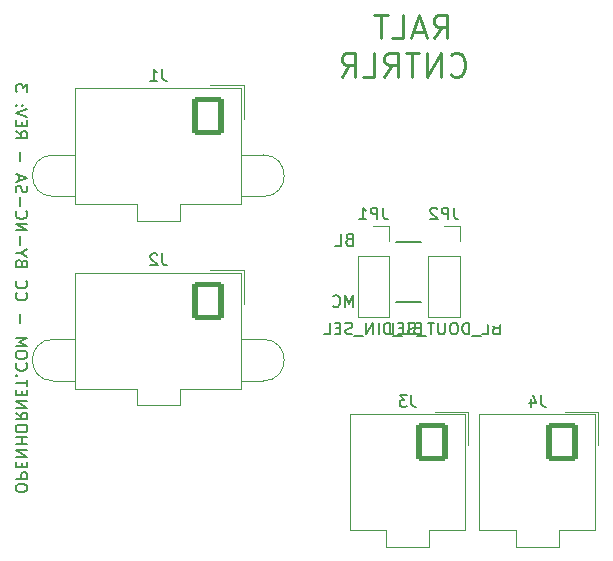
<source format=gbr>
%TF.GenerationSoftware,KiCad,Pcbnew,7.0.1*%
%TF.CreationDate,2024-03-09T18:34:01-07:00*%
%TF.ProjectId,CONTROLLER_Radar Altimeter,434f4e54-524f-44c4-9c45-525f52616461,3*%
%TF.SameCoordinates,Original*%
%TF.FileFunction,Legend,Bot*%
%TF.FilePolarity,Positive*%
%FSLAX46Y46*%
G04 Gerber Fmt 4.6, Leading zero omitted, Abs format (unit mm)*
G04 Created by KiCad (PCBNEW 7.0.1) date 2024-03-09 18:34:01*
%MOMM*%
%LPD*%
G01*
G04 APERTURE LIST*
G04 Aperture macros list*
%AMRoundRect*
0 Rectangle with rounded corners*
0 $1 Rounding radius*
0 $2 $3 $4 $5 $6 $7 $8 $9 X,Y pos of 4 corners*
0 Add a 4 corners polygon primitive as box body*
4,1,4,$2,$3,$4,$5,$6,$7,$8,$9,$2,$3,0*
0 Add four circle primitives for the rounded corners*
1,1,$1+$1,$2,$3*
1,1,$1+$1,$4,$5*
1,1,$1+$1,$6,$7*
1,1,$1+$1,$8,$9*
0 Add four rect primitives between the rounded corners*
20,1,$1+$1,$2,$3,$4,$5,0*
20,1,$1+$1,$4,$5,$6,$7,0*
20,1,$1+$1,$6,$7,$8,$9,0*
20,1,$1+$1,$8,$9,$2,$3,0*%
G04 Aperture macros list end*
%ADD10C,0.150000*%
%ADD11C,0.250000*%
%ADD12C,0.120000*%
%ADD13R,0.900000X0.900000*%
%ADD14O,0.900000X0.900000*%
%ADD15R,1.700000X1.700000*%
%ADD16O,1.700000X1.700000*%
%ADD17C,2.500000*%
%ADD18R,1.600000X1.600000*%
%ADD19O,1.600000X1.600000*%
%ADD20C,3.000000*%
%ADD21RoundRect,0.250001X1.099999X1.399999X-1.099999X1.399999X-1.099999X-1.399999X1.099999X-1.399999X0*%
%ADD22O,2.700000X3.300000*%
G04 APERTURE END LIST*
D10*
X-72465240Y61987000D02*
X-70306240Y61987000D01*
X-72465240Y56907000D02*
X-70306240Y56907000D01*
D11*
X-69258811Y79191762D02*
X-68592144Y80144143D01*
X-68115954Y79191762D02*
X-68115954Y81191762D01*
X-68115954Y81191762D02*
X-68877859Y81191762D01*
X-68877859Y81191762D02*
X-69068335Y81096524D01*
X-69068335Y81096524D02*
X-69163573Y81001286D01*
X-69163573Y81001286D02*
X-69258811Y80810810D01*
X-69258811Y80810810D02*
X-69258811Y80525096D01*
X-69258811Y80525096D02*
X-69163573Y80334620D01*
X-69163573Y80334620D02*
X-69068335Y80239381D01*
X-69068335Y80239381D02*
X-68877859Y80144143D01*
X-68877859Y80144143D02*
X-68115954Y80144143D01*
X-70020716Y79763191D02*
X-70973097Y79763191D01*
X-69830240Y79191762D02*
X-70496906Y81191762D01*
X-70496906Y81191762D02*
X-71163573Y79191762D01*
X-72782621Y79191762D02*
X-71830240Y79191762D01*
X-71830240Y79191762D02*
X-71830240Y81191762D01*
X-73163574Y81191762D02*
X-74306431Y81191762D01*
X-73735002Y79191762D02*
X-73735002Y81191762D01*
X-67830240Y76142239D02*
X-67735002Y76047000D01*
X-67735002Y76047000D02*
X-67449288Y75951762D01*
X-67449288Y75951762D02*
X-67258812Y75951762D01*
X-67258812Y75951762D02*
X-66973097Y76047000D01*
X-66973097Y76047000D02*
X-66782621Y76237477D01*
X-66782621Y76237477D02*
X-66687383Y76427953D01*
X-66687383Y76427953D02*
X-66592145Y76808905D01*
X-66592145Y76808905D02*
X-66592145Y77094620D01*
X-66592145Y77094620D02*
X-66687383Y77475572D01*
X-66687383Y77475572D02*
X-66782621Y77666048D01*
X-66782621Y77666048D02*
X-66973097Y77856524D01*
X-66973097Y77856524D02*
X-67258812Y77951762D01*
X-67258812Y77951762D02*
X-67449288Y77951762D01*
X-67449288Y77951762D02*
X-67735002Y77856524D01*
X-67735002Y77856524D02*
X-67830240Y77761286D01*
X-68687383Y75951762D02*
X-68687383Y77951762D01*
X-68687383Y77951762D02*
X-69830240Y75951762D01*
X-69830240Y75951762D02*
X-69830240Y77951762D01*
X-70496907Y77951762D02*
X-71639764Y77951762D01*
X-71068335Y75951762D02*
X-71068335Y77951762D01*
X-73449288Y75951762D02*
X-72782621Y76904143D01*
X-72306431Y75951762D02*
X-72306431Y77951762D01*
X-72306431Y77951762D02*
X-73068336Y77951762D01*
X-73068336Y77951762D02*
X-73258812Y77856524D01*
X-73258812Y77856524D02*
X-73354050Y77761286D01*
X-73354050Y77761286D02*
X-73449288Y77570810D01*
X-73449288Y77570810D02*
X-73449288Y77285096D01*
X-73449288Y77285096D02*
X-73354050Y77094620D01*
X-73354050Y77094620D02*
X-73258812Y76999381D01*
X-73258812Y76999381D02*
X-73068336Y76904143D01*
X-73068336Y76904143D02*
X-72306431Y76904143D01*
X-75258812Y75951762D02*
X-74306431Y75951762D01*
X-74306431Y75951762D02*
X-74306431Y77951762D01*
X-77068336Y75951762D02*
X-76401669Y76904143D01*
X-75925479Y75951762D02*
X-75925479Y77951762D01*
X-75925479Y77951762D02*
X-76687384Y77951762D01*
X-76687384Y77951762D02*
X-76877860Y77856524D01*
X-76877860Y77856524D02*
X-76973098Y77761286D01*
X-76973098Y77761286D02*
X-77068336Y77570810D01*
X-77068336Y77570810D02*
X-77068336Y77285096D01*
X-77068336Y77285096D02*
X-76973098Y77094620D01*
X-76973098Y77094620D02*
X-76877860Y76999381D01*
X-76877860Y76999381D02*
X-76687384Y76904143D01*
X-76687384Y76904143D02*
X-75925479Y76904143D01*
D10*
X-76449907Y62175191D02*
X-76592764Y62127572D01*
X-76592764Y62127572D02*
X-76640383Y62079953D01*
X-76640383Y62079953D02*
X-76688002Y61984715D01*
X-76688002Y61984715D02*
X-76688002Y61841858D01*
X-76688002Y61841858D02*
X-76640383Y61746620D01*
X-76640383Y61746620D02*
X-76592764Y61699000D01*
X-76592764Y61699000D02*
X-76497526Y61651381D01*
X-76497526Y61651381D02*
X-76116574Y61651381D01*
X-76116574Y61651381D02*
X-76116574Y62651381D01*
X-76116574Y62651381D02*
X-76449907Y62651381D01*
X-76449907Y62651381D02*
X-76545145Y62603762D01*
X-76545145Y62603762D02*
X-76592764Y62556143D01*
X-76592764Y62556143D02*
X-76640383Y62460905D01*
X-76640383Y62460905D02*
X-76640383Y62365667D01*
X-76640383Y62365667D02*
X-76592764Y62270429D01*
X-76592764Y62270429D02*
X-76545145Y62222810D01*
X-76545145Y62222810D02*
X-76449907Y62175191D01*
X-76449907Y62175191D02*
X-76116574Y62175191D01*
X-77592764Y61651381D02*
X-77116574Y61651381D01*
X-77116574Y61651381D02*
X-77116574Y62651381D01*
X-76076908Y56444381D02*
X-76076908Y57444381D01*
X-76076908Y57444381D02*
X-76410241Y56730096D01*
X-76410241Y56730096D02*
X-76743574Y57444381D01*
X-76743574Y57444381D02*
X-76743574Y56444381D01*
X-77791193Y56539620D02*
X-77743574Y56492000D01*
X-77743574Y56492000D02*
X-77600717Y56444381D01*
X-77600717Y56444381D02*
X-77505479Y56444381D01*
X-77505479Y56444381D02*
X-77362622Y56492000D01*
X-77362622Y56492000D02*
X-77267384Y56587239D01*
X-77267384Y56587239D02*
X-77219765Y56682477D01*
X-77219765Y56682477D02*
X-77172146Y56872953D01*
X-77172146Y56872953D02*
X-77172146Y57015810D01*
X-77172146Y57015810D02*
X-77219765Y57206286D01*
X-77219765Y57206286D02*
X-77267384Y57301524D01*
X-77267384Y57301524D02*
X-77362622Y57396762D01*
X-77362622Y57396762D02*
X-77505479Y57444381D01*
X-77505479Y57444381D02*
X-77600717Y57444381D01*
X-77600717Y57444381D02*
X-77743574Y57396762D01*
X-77743574Y57396762D02*
X-77791193Y57349143D01*
X-103677860Y41026191D02*
X-103677860Y41216667D01*
X-103677860Y41216667D02*
X-103725479Y41311905D01*
X-103725479Y41311905D02*
X-103820717Y41407143D01*
X-103820717Y41407143D02*
X-104011193Y41454762D01*
X-104011193Y41454762D02*
X-104344526Y41454762D01*
X-104344526Y41454762D02*
X-104535002Y41407143D01*
X-104535002Y41407143D02*
X-104630240Y41311905D01*
X-104630240Y41311905D02*
X-104677860Y41216667D01*
X-104677860Y41216667D02*
X-104677860Y41026191D01*
X-104677860Y41026191D02*
X-104630240Y40930953D01*
X-104630240Y40930953D02*
X-104535002Y40835715D01*
X-104535002Y40835715D02*
X-104344526Y40788096D01*
X-104344526Y40788096D02*
X-104011193Y40788096D01*
X-104011193Y40788096D02*
X-103820717Y40835715D01*
X-103820717Y40835715D02*
X-103725479Y40930953D01*
X-103725479Y40930953D02*
X-103677860Y41026191D01*
X-104677860Y41883334D02*
X-103677860Y41883334D01*
X-103677860Y41883334D02*
X-103677860Y42264286D01*
X-103677860Y42264286D02*
X-103725479Y42359524D01*
X-103725479Y42359524D02*
X-103773098Y42407143D01*
X-103773098Y42407143D02*
X-103868336Y42454762D01*
X-103868336Y42454762D02*
X-104011193Y42454762D01*
X-104011193Y42454762D02*
X-104106431Y42407143D01*
X-104106431Y42407143D02*
X-104154050Y42359524D01*
X-104154050Y42359524D02*
X-104201669Y42264286D01*
X-104201669Y42264286D02*
X-104201669Y41883334D01*
X-104154050Y42883334D02*
X-104154050Y43216667D01*
X-104677860Y43359524D02*
X-104677860Y42883334D01*
X-104677860Y42883334D02*
X-103677860Y42883334D01*
X-103677860Y42883334D02*
X-103677860Y43359524D01*
X-104677860Y43788096D02*
X-103677860Y43788096D01*
X-103677860Y43788096D02*
X-104677860Y44359524D01*
X-104677860Y44359524D02*
X-103677860Y44359524D01*
X-104677860Y44835715D02*
X-103677860Y44835715D01*
X-104154050Y44835715D02*
X-104154050Y45407143D01*
X-104677860Y45407143D02*
X-103677860Y45407143D01*
X-103677860Y46073810D02*
X-103677860Y46264286D01*
X-103677860Y46264286D02*
X-103725479Y46359524D01*
X-103725479Y46359524D02*
X-103820717Y46454762D01*
X-103820717Y46454762D02*
X-104011193Y46502381D01*
X-104011193Y46502381D02*
X-104344526Y46502381D01*
X-104344526Y46502381D02*
X-104535002Y46454762D01*
X-104535002Y46454762D02*
X-104630240Y46359524D01*
X-104630240Y46359524D02*
X-104677860Y46264286D01*
X-104677860Y46264286D02*
X-104677860Y46073810D01*
X-104677860Y46073810D02*
X-104630240Y45978572D01*
X-104630240Y45978572D02*
X-104535002Y45883334D01*
X-104535002Y45883334D02*
X-104344526Y45835715D01*
X-104344526Y45835715D02*
X-104011193Y45835715D01*
X-104011193Y45835715D02*
X-103820717Y45883334D01*
X-103820717Y45883334D02*
X-103725479Y45978572D01*
X-103725479Y45978572D02*
X-103677860Y46073810D01*
X-104677860Y47502381D02*
X-104201669Y47169048D01*
X-104677860Y46930953D02*
X-103677860Y46930953D01*
X-103677860Y46930953D02*
X-103677860Y47311905D01*
X-103677860Y47311905D02*
X-103725479Y47407143D01*
X-103725479Y47407143D02*
X-103773098Y47454762D01*
X-103773098Y47454762D02*
X-103868336Y47502381D01*
X-103868336Y47502381D02*
X-104011193Y47502381D01*
X-104011193Y47502381D02*
X-104106431Y47454762D01*
X-104106431Y47454762D02*
X-104154050Y47407143D01*
X-104154050Y47407143D02*
X-104201669Y47311905D01*
X-104201669Y47311905D02*
X-104201669Y46930953D01*
X-104677860Y47930953D02*
X-103677860Y47930953D01*
X-103677860Y47930953D02*
X-104677860Y48502381D01*
X-104677860Y48502381D02*
X-103677860Y48502381D01*
X-104154050Y48978572D02*
X-104154050Y49311905D01*
X-104677860Y49454762D02*
X-104677860Y48978572D01*
X-104677860Y48978572D02*
X-103677860Y48978572D01*
X-103677860Y48978572D02*
X-103677860Y49454762D01*
X-103677860Y49740477D02*
X-103677860Y50311905D01*
X-104677860Y50026191D02*
X-103677860Y50026191D01*
X-104582621Y50645239D02*
X-104630240Y50692858D01*
X-104630240Y50692858D02*
X-104677860Y50645239D01*
X-104677860Y50645239D02*
X-104630240Y50597620D01*
X-104630240Y50597620D02*
X-104582621Y50645239D01*
X-104582621Y50645239D02*
X-104677860Y50645239D01*
X-104582621Y51692857D02*
X-104630240Y51645238D01*
X-104630240Y51645238D02*
X-104677860Y51502381D01*
X-104677860Y51502381D02*
X-104677860Y51407143D01*
X-104677860Y51407143D02*
X-104630240Y51264286D01*
X-104630240Y51264286D02*
X-104535002Y51169048D01*
X-104535002Y51169048D02*
X-104439764Y51121429D01*
X-104439764Y51121429D02*
X-104249288Y51073810D01*
X-104249288Y51073810D02*
X-104106431Y51073810D01*
X-104106431Y51073810D02*
X-103915955Y51121429D01*
X-103915955Y51121429D02*
X-103820717Y51169048D01*
X-103820717Y51169048D02*
X-103725479Y51264286D01*
X-103725479Y51264286D02*
X-103677860Y51407143D01*
X-103677860Y51407143D02*
X-103677860Y51502381D01*
X-103677860Y51502381D02*
X-103725479Y51645238D01*
X-103725479Y51645238D02*
X-103773098Y51692857D01*
X-103677860Y52311905D02*
X-103677860Y52502381D01*
X-103677860Y52502381D02*
X-103725479Y52597619D01*
X-103725479Y52597619D02*
X-103820717Y52692857D01*
X-103820717Y52692857D02*
X-104011193Y52740476D01*
X-104011193Y52740476D02*
X-104344526Y52740476D01*
X-104344526Y52740476D02*
X-104535002Y52692857D01*
X-104535002Y52692857D02*
X-104630240Y52597619D01*
X-104630240Y52597619D02*
X-104677860Y52502381D01*
X-104677860Y52502381D02*
X-104677860Y52311905D01*
X-104677860Y52311905D02*
X-104630240Y52216667D01*
X-104630240Y52216667D02*
X-104535002Y52121429D01*
X-104535002Y52121429D02*
X-104344526Y52073810D01*
X-104344526Y52073810D02*
X-104011193Y52073810D01*
X-104011193Y52073810D02*
X-103820717Y52121429D01*
X-103820717Y52121429D02*
X-103725479Y52216667D01*
X-103725479Y52216667D02*
X-103677860Y52311905D01*
X-104677860Y53169048D02*
X-103677860Y53169048D01*
X-103677860Y53169048D02*
X-104392145Y53502381D01*
X-104392145Y53502381D02*
X-103677860Y53835714D01*
X-103677860Y53835714D02*
X-104677860Y53835714D01*
X-104296907Y55073810D02*
X-104296907Y55835714D01*
X-104582621Y57645238D02*
X-104630240Y57597619D01*
X-104630240Y57597619D02*
X-104677860Y57454762D01*
X-104677860Y57454762D02*
X-104677860Y57359524D01*
X-104677860Y57359524D02*
X-104630240Y57216667D01*
X-104630240Y57216667D02*
X-104535002Y57121429D01*
X-104535002Y57121429D02*
X-104439764Y57073810D01*
X-104439764Y57073810D02*
X-104249288Y57026191D01*
X-104249288Y57026191D02*
X-104106431Y57026191D01*
X-104106431Y57026191D02*
X-103915955Y57073810D01*
X-103915955Y57073810D02*
X-103820717Y57121429D01*
X-103820717Y57121429D02*
X-103725479Y57216667D01*
X-103725479Y57216667D02*
X-103677860Y57359524D01*
X-103677860Y57359524D02*
X-103677860Y57454762D01*
X-103677860Y57454762D02*
X-103725479Y57597619D01*
X-103725479Y57597619D02*
X-103773098Y57645238D01*
X-104582621Y58645238D02*
X-104630240Y58597619D01*
X-104630240Y58597619D02*
X-104677860Y58454762D01*
X-104677860Y58454762D02*
X-104677860Y58359524D01*
X-104677860Y58359524D02*
X-104630240Y58216667D01*
X-104630240Y58216667D02*
X-104535002Y58121429D01*
X-104535002Y58121429D02*
X-104439764Y58073810D01*
X-104439764Y58073810D02*
X-104249288Y58026191D01*
X-104249288Y58026191D02*
X-104106431Y58026191D01*
X-104106431Y58026191D02*
X-103915955Y58073810D01*
X-103915955Y58073810D02*
X-103820717Y58121429D01*
X-103820717Y58121429D02*
X-103725479Y58216667D01*
X-103725479Y58216667D02*
X-103677860Y58359524D01*
X-103677860Y58359524D02*
X-103677860Y58454762D01*
X-103677860Y58454762D02*
X-103725479Y58597619D01*
X-103725479Y58597619D02*
X-103773098Y58645238D01*
X-104154050Y60169048D02*
X-104201669Y60311905D01*
X-104201669Y60311905D02*
X-104249288Y60359524D01*
X-104249288Y60359524D02*
X-104344526Y60407143D01*
X-104344526Y60407143D02*
X-104487383Y60407143D01*
X-104487383Y60407143D02*
X-104582621Y60359524D01*
X-104582621Y60359524D02*
X-104630240Y60311905D01*
X-104630240Y60311905D02*
X-104677860Y60216667D01*
X-104677860Y60216667D02*
X-104677860Y59835715D01*
X-104677860Y59835715D02*
X-103677860Y59835715D01*
X-103677860Y59835715D02*
X-103677860Y60169048D01*
X-103677860Y60169048D02*
X-103725479Y60264286D01*
X-103725479Y60264286D02*
X-103773098Y60311905D01*
X-103773098Y60311905D02*
X-103868336Y60359524D01*
X-103868336Y60359524D02*
X-103963574Y60359524D01*
X-103963574Y60359524D02*
X-104058812Y60311905D01*
X-104058812Y60311905D02*
X-104106431Y60264286D01*
X-104106431Y60264286D02*
X-104154050Y60169048D01*
X-104154050Y60169048D02*
X-104154050Y59835715D01*
X-104201669Y61026191D02*
X-104677860Y61026191D01*
X-103677860Y60692858D02*
X-104201669Y61026191D01*
X-104201669Y61026191D02*
X-103677860Y61359524D01*
X-104296907Y61692858D02*
X-104296907Y62454762D01*
X-104677860Y62930953D02*
X-103677860Y62930953D01*
X-103677860Y62930953D02*
X-104677860Y63502381D01*
X-104677860Y63502381D02*
X-103677860Y63502381D01*
X-104582621Y64550000D02*
X-104630240Y64502381D01*
X-104630240Y64502381D02*
X-104677860Y64359524D01*
X-104677860Y64359524D02*
X-104677860Y64264286D01*
X-104677860Y64264286D02*
X-104630240Y64121429D01*
X-104630240Y64121429D02*
X-104535002Y64026191D01*
X-104535002Y64026191D02*
X-104439764Y63978572D01*
X-104439764Y63978572D02*
X-104249288Y63930953D01*
X-104249288Y63930953D02*
X-104106431Y63930953D01*
X-104106431Y63930953D02*
X-103915955Y63978572D01*
X-103915955Y63978572D02*
X-103820717Y64026191D01*
X-103820717Y64026191D02*
X-103725479Y64121429D01*
X-103725479Y64121429D02*
X-103677860Y64264286D01*
X-103677860Y64264286D02*
X-103677860Y64359524D01*
X-103677860Y64359524D02*
X-103725479Y64502381D01*
X-103725479Y64502381D02*
X-103773098Y64550000D01*
X-104296907Y64978572D02*
X-104296907Y65740476D01*
X-104630240Y66169048D02*
X-104677860Y66311905D01*
X-104677860Y66311905D02*
X-104677860Y66550000D01*
X-104677860Y66550000D02*
X-104630240Y66645238D01*
X-104630240Y66645238D02*
X-104582621Y66692857D01*
X-104582621Y66692857D02*
X-104487383Y66740476D01*
X-104487383Y66740476D02*
X-104392145Y66740476D01*
X-104392145Y66740476D02*
X-104296907Y66692857D01*
X-104296907Y66692857D02*
X-104249288Y66645238D01*
X-104249288Y66645238D02*
X-104201669Y66550000D01*
X-104201669Y66550000D02*
X-104154050Y66359524D01*
X-104154050Y66359524D02*
X-104106431Y66264286D01*
X-104106431Y66264286D02*
X-104058812Y66216667D01*
X-104058812Y66216667D02*
X-103963574Y66169048D01*
X-103963574Y66169048D02*
X-103868336Y66169048D01*
X-103868336Y66169048D02*
X-103773098Y66216667D01*
X-103773098Y66216667D02*
X-103725479Y66264286D01*
X-103725479Y66264286D02*
X-103677860Y66359524D01*
X-103677860Y66359524D02*
X-103677860Y66597619D01*
X-103677860Y66597619D02*
X-103725479Y66740476D01*
X-104392145Y67121429D02*
X-104392145Y67597619D01*
X-104677860Y67026191D02*
X-103677860Y67359524D01*
X-103677860Y67359524D02*
X-104677860Y67692857D01*
X-104296907Y68788096D02*
X-104296907Y69550000D01*
X-104677860Y71359524D02*
X-104201669Y71026191D01*
X-104677860Y70788096D02*
X-103677860Y70788096D01*
X-103677860Y70788096D02*
X-103677860Y71169048D01*
X-103677860Y71169048D02*
X-103725479Y71264286D01*
X-103725479Y71264286D02*
X-103773098Y71311905D01*
X-103773098Y71311905D02*
X-103868336Y71359524D01*
X-103868336Y71359524D02*
X-104011193Y71359524D01*
X-104011193Y71359524D02*
X-104106431Y71311905D01*
X-104106431Y71311905D02*
X-104154050Y71264286D01*
X-104154050Y71264286D02*
X-104201669Y71169048D01*
X-104201669Y71169048D02*
X-104201669Y70788096D01*
X-104154050Y71788096D02*
X-104154050Y72121429D01*
X-104677860Y72264286D02*
X-104677860Y71788096D01*
X-104677860Y71788096D02*
X-103677860Y71788096D01*
X-103677860Y71788096D02*
X-103677860Y72264286D01*
X-103677860Y72550001D02*
X-104677860Y72883334D01*
X-104677860Y72883334D02*
X-103677860Y73216667D01*
X-104582621Y73550001D02*
X-104630240Y73597620D01*
X-104630240Y73597620D02*
X-104677860Y73550001D01*
X-104677860Y73550001D02*
X-104630240Y73502382D01*
X-104630240Y73502382D02*
X-104582621Y73550001D01*
X-104582621Y73550001D02*
X-104677860Y73550001D01*
X-104058812Y73550001D02*
X-104106431Y73597620D01*
X-104106431Y73597620D02*
X-104154050Y73550001D01*
X-104154050Y73550001D02*
X-104106431Y73502382D01*
X-104106431Y73502382D02*
X-104058812Y73550001D01*
X-104058812Y73550001D02*
X-104154050Y73550001D01*
X-103677860Y74692858D02*
X-103677860Y75311905D01*
X-103677860Y75311905D02*
X-104058812Y74978572D01*
X-104058812Y74978572D02*
X-104058812Y75121429D01*
X-104058812Y75121429D02*
X-104106431Y75216667D01*
X-104106431Y75216667D02*
X-104154050Y75264286D01*
X-104154050Y75264286D02*
X-104249288Y75311905D01*
X-104249288Y75311905D02*
X-104487383Y75311905D01*
X-104487383Y75311905D02*
X-104582621Y75264286D01*
X-104582621Y75264286D02*
X-104630240Y75216667D01*
X-104630240Y75216667D02*
X-104677860Y75121429D01*
X-104677860Y75121429D02*
X-104677860Y74835715D01*
X-104677860Y74835715D02*
X-104630240Y74740477D01*
X-104630240Y74740477D02*
X-104582621Y74692858D01*
%TO.C,J1*%
X-92255907Y76597381D02*
X-92255907Y75883096D01*
X-92255907Y75883096D02*
X-92208288Y75740239D01*
X-92208288Y75740239D02*
X-92113050Y75645000D01*
X-92113050Y75645000D02*
X-91970193Y75597381D01*
X-91970193Y75597381D02*
X-91874955Y75597381D01*
X-93255907Y75597381D02*
X-92684479Y75597381D01*
X-92970193Y75597381D02*
X-92970193Y76597381D01*
X-92970193Y76597381D02*
X-92874955Y76454524D01*
X-92874955Y76454524D02*
X-92779717Y76359286D01*
X-92779717Y76359286D02*
X-92684479Y76311667D01*
%TO.C,J2*%
X-92255907Y60987381D02*
X-92255907Y60273096D01*
X-92255907Y60273096D02*
X-92208288Y60130239D01*
X-92208288Y60130239D02*
X-92113050Y60035000D01*
X-92113050Y60035000D02*
X-91970193Y59987381D01*
X-91970193Y59987381D02*
X-91874955Y59987381D01*
X-92684479Y60892143D02*
X-92732098Y60939762D01*
X-92732098Y60939762D02*
X-92827336Y60987381D01*
X-92827336Y60987381D02*
X-93065431Y60987381D01*
X-93065431Y60987381D02*
X-93160669Y60939762D01*
X-93160669Y60939762D02*
X-93208288Y60892143D01*
X-93208288Y60892143D02*
X-93255907Y60796905D01*
X-93255907Y60796905D02*
X-93255907Y60701667D01*
X-93255907Y60701667D02*
X-93208288Y60558810D01*
X-93208288Y60558810D02*
X-92636860Y59987381D01*
X-92636860Y59987381D02*
X-93255907Y59987381D01*
%TO.C,J3*%
X-71155907Y48987381D02*
X-71155907Y48273096D01*
X-71155907Y48273096D02*
X-71108288Y48130239D01*
X-71108288Y48130239D02*
X-71013050Y48035000D01*
X-71013050Y48035000D02*
X-70870193Y47987381D01*
X-70870193Y47987381D02*
X-70774955Y47987381D01*
X-71536860Y48987381D02*
X-72155907Y48987381D01*
X-72155907Y48987381D02*
X-71822574Y48606429D01*
X-71822574Y48606429D02*
X-71965431Y48606429D01*
X-71965431Y48606429D02*
X-72060669Y48558810D01*
X-72060669Y48558810D02*
X-72108288Y48511191D01*
X-72108288Y48511191D02*
X-72155907Y48415953D01*
X-72155907Y48415953D02*
X-72155907Y48177858D01*
X-72155907Y48177858D02*
X-72108288Y48082620D01*
X-72108288Y48082620D02*
X-72060669Y48035000D01*
X-72060669Y48035000D02*
X-71965431Y47987381D01*
X-71965431Y47987381D02*
X-71679717Y47987381D01*
X-71679717Y47987381D02*
X-71584479Y48035000D01*
X-71584479Y48035000D02*
X-71536860Y48082620D01*
%TO.C,J4*%
X-60155907Y48987381D02*
X-60155907Y48273096D01*
X-60155907Y48273096D02*
X-60108288Y48130239D01*
X-60108288Y48130239D02*
X-60013050Y48035000D01*
X-60013050Y48035000D02*
X-59870193Y47987381D01*
X-59870193Y47987381D02*
X-59774955Y47987381D01*
X-61060669Y48654048D02*
X-61060669Y47987381D01*
X-60822574Y49035000D02*
X-60584479Y48320715D01*
X-60584479Y48320715D02*
X-61203526Y48320715D01*
%TO.C,JP1*%
X-73555907Y64867381D02*
X-73555907Y64153096D01*
X-73555907Y64153096D02*
X-73508288Y64010239D01*
X-73508288Y64010239D02*
X-73413050Y63915000D01*
X-73413050Y63915000D02*
X-73270193Y63867381D01*
X-73270193Y63867381D02*
X-73174955Y63867381D01*
X-74032098Y63867381D02*
X-74032098Y64867381D01*
X-74032098Y64867381D02*
X-74413050Y64867381D01*
X-74413050Y64867381D02*
X-74508288Y64819762D01*
X-74508288Y64819762D02*
X-74555907Y64772143D01*
X-74555907Y64772143D02*
X-74603526Y64676905D01*
X-74603526Y64676905D02*
X-74603526Y64534048D01*
X-74603526Y64534048D02*
X-74555907Y64438810D01*
X-74555907Y64438810D02*
X-74508288Y64391191D01*
X-74508288Y64391191D02*
X-74413050Y64343572D01*
X-74413050Y64343572D02*
X-74032098Y64343572D01*
X-75555907Y63867381D02*
X-74984479Y63867381D01*
X-75270193Y63867381D02*
X-75270193Y64867381D01*
X-75270193Y64867381D02*
X-75174955Y64724524D01*
X-75174955Y64724524D02*
X-75079717Y64629286D01*
X-75079717Y64629286D02*
X-74984479Y64581667D01*
X-70698764Y54651191D02*
X-70841621Y54603572D01*
X-70841621Y54603572D02*
X-70889240Y54555953D01*
X-70889240Y54555953D02*
X-70936859Y54460715D01*
X-70936859Y54460715D02*
X-70936859Y54317858D01*
X-70936859Y54317858D02*
X-70889240Y54222620D01*
X-70889240Y54222620D02*
X-70841621Y54175000D01*
X-70841621Y54175000D02*
X-70746383Y54127381D01*
X-70746383Y54127381D02*
X-70365431Y54127381D01*
X-70365431Y54127381D02*
X-70365431Y55127381D01*
X-70365431Y55127381D02*
X-70698764Y55127381D01*
X-70698764Y55127381D02*
X-70794002Y55079762D01*
X-70794002Y55079762D02*
X-70841621Y55032143D01*
X-70841621Y55032143D02*
X-70889240Y54936905D01*
X-70889240Y54936905D02*
X-70889240Y54841667D01*
X-70889240Y54841667D02*
X-70841621Y54746429D01*
X-70841621Y54746429D02*
X-70794002Y54698810D01*
X-70794002Y54698810D02*
X-70698764Y54651191D01*
X-70698764Y54651191D02*
X-70365431Y54651191D01*
X-71841621Y54127381D02*
X-71365431Y54127381D01*
X-71365431Y54127381D02*
X-71365431Y55127381D01*
X-71936859Y54032143D02*
X-72698764Y54032143D01*
X-72936860Y54127381D02*
X-72936860Y55127381D01*
X-72936860Y55127381D02*
X-73174955Y55127381D01*
X-73174955Y55127381D02*
X-73317812Y55079762D01*
X-73317812Y55079762D02*
X-73413050Y54984524D01*
X-73413050Y54984524D02*
X-73460669Y54889286D01*
X-73460669Y54889286D02*
X-73508288Y54698810D01*
X-73508288Y54698810D02*
X-73508288Y54555953D01*
X-73508288Y54555953D02*
X-73460669Y54365477D01*
X-73460669Y54365477D02*
X-73413050Y54270239D01*
X-73413050Y54270239D02*
X-73317812Y54175000D01*
X-73317812Y54175000D02*
X-73174955Y54127381D01*
X-73174955Y54127381D02*
X-72936860Y54127381D01*
X-73936860Y54127381D02*
X-73936860Y55127381D01*
X-74413050Y54127381D02*
X-74413050Y55127381D01*
X-74413050Y55127381D02*
X-74984478Y54127381D01*
X-74984478Y54127381D02*
X-74984478Y55127381D01*
X-75222573Y54032143D02*
X-75984478Y54032143D01*
X-76174955Y54175000D02*
X-76317812Y54127381D01*
X-76317812Y54127381D02*
X-76555907Y54127381D01*
X-76555907Y54127381D02*
X-76651145Y54175000D01*
X-76651145Y54175000D02*
X-76698764Y54222620D01*
X-76698764Y54222620D02*
X-76746383Y54317858D01*
X-76746383Y54317858D02*
X-76746383Y54413096D01*
X-76746383Y54413096D02*
X-76698764Y54508334D01*
X-76698764Y54508334D02*
X-76651145Y54555953D01*
X-76651145Y54555953D02*
X-76555907Y54603572D01*
X-76555907Y54603572D02*
X-76365431Y54651191D01*
X-76365431Y54651191D02*
X-76270193Y54698810D01*
X-76270193Y54698810D02*
X-76222574Y54746429D01*
X-76222574Y54746429D02*
X-76174955Y54841667D01*
X-76174955Y54841667D02*
X-76174955Y54936905D01*
X-76174955Y54936905D02*
X-76222574Y55032143D01*
X-76222574Y55032143D02*
X-76270193Y55079762D01*
X-76270193Y55079762D02*
X-76365431Y55127381D01*
X-76365431Y55127381D02*
X-76603526Y55127381D01*
X-76603526Y55127381D02*
X-76746383Y55079762D01*
X-77174955Y54651191D02*
X-77508288Y54651191D01*
X-77651145Y54127381D02*
X-77174955Y54127381D01*
X-77174955Y54127381D02*
X-77174955Y55127381D01*
X-77174955Y55127381D02*
X-77651145Y55127381D01*
X-78555907Y54127381D02*
X-78079717Y54127381D01*
X-78079717Y54127381D02*
X-78079717Y55127381D01*
%TO.C,JP2*%
X-67555907Y64867381D02*
X-67555907Y64153096D01*
X-67555907Y64153096D02*
X-67508288Y64010239D01*
X-67508288Y64010239D02*
X-67413050Y63915000D01*
X-67413050Y63915000D02*
X-67270193Y63867381D01*
X-67270193Y63867381D02*
X-67174955Y63867381D01*
X-68032098Y63867381D02*
X-68032098Y64867381D01*
X-68032098Y64867381D02*
X-68413050Y64867381D01*
X-68413050Y64867381D02*
X-68508288Y64819762D01*
X-68508288Y64819762D02*
X-68555907Y64772143D01*
X-68555907Y64772143D02*
X-68603526Y64676905D01*
X-68603526Y64676905D02*
X-68603526Y64534048D01*
X-68603526Y64534048D02*
X-68555907Y64438810D01*
X-68555907Y64438810D02*
X-68508288Y64391191D01*
X-68508288Y64391191D02*
X-68413050Y64343572D01*
X-68413050Y64343572D02*
X-68032098Y64343572D01*
X-68984479Y64772143D02*
X-69032098Y64819762D01*
X-69032098Y64819762D02*
X-69127336Y64867381D01*
X-69127336Y64867381D02*
X-69365431Y64867381D01*
X-69365431Y64867381D02*
X-69460669Y64819762D01*
X-69460669Y64819762D02*
X-69508288Y64772143D01*
X-69508288Y64772143D02*
X-69555907Y64676905D01*
X-69555907Y64676905D02*
X-69555907Y64581667D01*
X-69555907Y64581667D02*
X-69508288Y64438810D01*
X-69508288Y64438810D02*
X-68936860Y63867381D01*
X-68936860Y63867381D02*
X-69555907Y63867381D01*
X-64032097Y54651191D02*
X-64174954Y54603572D01*
X-64174954Y54603572D02*
X-64222573Y54555953D01*
X-64222573Y54555953D02*
X-64270192Y54460715D01*
X-64270192Y54460715D02*
X-64270192Y54317858D01*
X-64270192Y54317858D02*
X-64222573Y54222620D01*
X-64222573Y54222620D02*
X-64174954Y54175000D01*
X-64174954Y54175000D02*
X-64079716Y54127381D01*
X-64079716Y54127381D02*
X-63698764Y54127381D01*
X-63698764Y54127381D02*
X-63698764Y55127381D01*
X-63698764Y55127381D02*
X-64032097Y55127381D01*
X-64032097Y55127381D02*
X-64127335Y55079762D01*
X-64127335Y55079762D02*
X-64174954Y55032143D01*
X-64174954Y55032143D02*
X-64222573Y54936905D01*
X-64222573Y54936905D02*
X-64222573Y54841667D01*
X-64222573Y54841667D02*
X-64174954Y54746429D01*
X-64174954Y54746429D02*
X-64127335Y54698810D01*
X-64127335Y54698810D02*
X-64032097Y54651191D01*
X-64032097Y54651191D02*
X-63698764Y54651191D01*
X-65174954Y54127381D02*
X-64698764Y54127381D01*
X-64698764Y54127381D02*
X-64698764Y55127381D01*
X-65270192Y54032143D02*
X-66032097Y54032143D01*
X-66270193Y54127381D02*
X-66270193Y55127381D01*
X-66270193Y55127381D02*
X-66508288Y55127381D01*
X-66508288Y55127381D02*
X-66651145Y55079762D01*
X-66651145Y55079762D02*
X-66746383Y54984524D01*
X-66746383Y54984524D02*
X-66794002Y54889286D01*
X-66794002Y54889286D02*
X-66841621Y54698810D01*
X-66841621Y54698810D02*
X-66841621Y54555953D01*
X-66841621Y54555953D02*
X-66794002Y54365477D01*
X-66794002Y54365477D02*
X-66746383Y54270239D01*
X-66746383Y54270239D02*
X-66651145Y54175000D01*
X-66651145Y54175000D02*
X-66508288Y54127381D01*
X-66508288Y54127381D02*
X-66270193Y54127381D01*
X-67460669Y55127381D02*
X-67651145Y55127381D01*
X-67651145Y55127381D02*
X-67746383Y55079762D01*
X-67746383Y55079762D02*
X-67841621Y54984524D01*
X-67841621Y54984524D02*
X-67889240Y54794048D01*
X-67889240Y54794048D02*
X-67889240Y54460715D01*
X-67889240Y54460715D02*
X-67841621Y54270239D01*
X-67841621Y54270239D02*
X-67746383Y54175000D01*
X-67746383Y54175000D02*
X-67651145Y54127381D01*
X-67651145Y54127381D02*
X-67460669Y54127381D01*
X-67460669Y54127381D02*
X-67365431Y54175000D01*
X-67365431Y54175000D02*
X-67270193Y54270239D01*
X-67270193Y54270239D02*
X-67222574Y54460715D01*
X-67222574Y54460715D02*
X-67222574Y54794048D01*
X-67222574Y54794048D02*
X-67270193Y54984524D01*
X-67270193Y54984524D02*
X-67365431Y55079762D01*
X-67365431Y55079762D02*
X-67460669Y55127381D01*
X-68317812Y55127381D02*
X-68317812Y54317858D01*
X-68317812Y54317858D02*
X-68365431Y54222620D01*
X-68365431Y54222620D02*
X-68413050Y54175000D01*
X-68413050Y54175000D02*
X-68508288Y54127381D01*
X-68508288Y54127381D02*
X-68698764Y54127381D01*
X-68698764Y54127381D02*
X-68794002Y54175000D01*
X-68794002Y54175000D02*
X-68841621Y54222620D01*
X-68841621Y54222620D02*
X-68889240Y54317858D01*
X-68889240Y54317858D02*
X-68889240Y55127381D01*
X-69222574Y55127381D02*
X-69794002Y55127381D01*
X-69508288Y54127381D02*
X-69508288Y55127381D01*
X-69889240Y54032143D02*
X-70651145Y54032143D01*
X-70841622Y54175000D02*
X-70984479Y54127381D01*
X-70984479Y54127381D02*
X-71222574Y54127381D01*
X-71222574Y54127381D02*
X-71317812Y54175000D01*
X-71317812Y54175000D02*
X-71365431Y54222620D01*
X-71365431Y54222620D02*
X-71413050Y54317858D01*
X-71413050Y54317858D02*
X-71413050Y54413096D01*
X-71413050Y54413096D02*
X-71365431Y54508334D01*
X-71365431Y54508334D02*
X-71317812Y54555953D01*
X-71317812Y54555953D02*
X-71222574Y54603572D01*
X-71222574Y54603572D02*
X-71032098Y54651191D01*
X-71032098Y54651191D02*
X-70936860Y54698810D01*
X-70936860Y54698810D02*
X-70889241Y54746429D01*
X-70889241Y54746429D02*
X-70841622Y54841667D01*
X-70841622Y54841667D02*
X-70841622Y54936905D01*
X-70841622Y54936905D02*
X-70889241Y55032143D01*
X-70889241Y55032143D02*
X-70936860Y55079762D01*
X-70936860Y55079762D02*
X-71032098Y55127381D01*
X-71032098Y55127381D02*
X-71270193Y55127381D01*
X-71270193Y55127381D02*
X-71413050Y55079762D01*
X-71841622Y54651191D02*
X-72174955Y54651191D01*
X-72317812Y54127381D02*
X-71841622Y54127381D01*
X-71841622Y54127381D02*
X-71841622Y55127381D01*
X-71841622Y55127381D02*
X-72317812Y55127381D01*
X-73222574Y54127381D02*
X-72746384Y54127381D01*
X-72746384Y54127381D02*
X-72746384Y55127381D01*
D12*
%TO.C,J1*%
X-83689240Y65810000D02*
X-85579240Y65810000D01*
X-83689240Y69330000D02*
X-85579240Y69330000D01*
X-85339240Y75210000D02*
X-85339240Y72360000D01*
X-85579240Y65150000D02*
X-90779240Y65150000D01*
X-85579240Y74970000D02*
X-85579240Y65150000D01*
X-88189240Y75210000D02*
X-85339240Y75210000D01*
X-90779240Y63750000D02*
X-92589240Y63750000D01*
X-90779240Y65150000D02*
X-90779240Y63750000D01*
X-92589240Y74970000D02*
X-85579240Y74970000D01*
X-92589240Y74970000D02*
X-99599240Y74970000D01*
X-94399240Y63750000D02*
X-92589240Y63750000D01*
X-94399240Y65150000D02*
X-94399240Y63750000D01*
X-99599240Y65150000D02*
X-94399240Y65150000D01*
X-99599240Y74970000D02*
X-99599240Y65150000D01*
X-101489240Y65810000D02*
X-99599240Y65810000D01*
X-101489240Y69330000D02*
X-99599240Y69330000D01*
X-83689240Y65810000D02*
G75*
G03*
X-83689240Y69330000I0J1760000D01*
G01*
X-101489240Y69330000D02*
G75*
G03*
X-101489240Y65810000I0J-1760000D01*
G01*
%TO.C,J2*%
X-83689240Y50200000D02*
X-85579240Y50200000D01*
X-83689240Y53720000D02*
X-85579240Y53720000D01*
X-85339240Y59600000D02*
X-85339240Y56750000D01*
X-85579240Y49540000D02*
X-90779240Y49540000D01*
X-85579240Y59360000D02*
X-85579240Y49540000D01*
X-88189240Y59600000D02*
X-85339240Y59600000D01*
X-90779240Y48140000D02*
X-92589240Y48140000D01*
X-90779240Y49540000D02*
X-90779240Y48140000D01*
X-92589240Y59360000D02*
X-85579240Y59360000D01*
X-92589240Y59360000D02*
X-99599240Y59360000D01*
X-94399240Y48140000D02*
X-92589240Y48140000D01*
X-94399240Y49540000D02*
X-94399240Y48140000D01*
X-99599240Y49540000D02*
X-94399240Y49540000D01*
X-99599240Y59360000D02*
X-99599240Y49540000D01*
X-101489240Y50200000D02*
X-99599240Y50200000D01*
X-101489240Y53720000D02*
X-99599240Y53720000D01*
X-83689240Y50200000D02*
G75*
G03*
X-83689240Y53720000I0J1760000D01*
G01*
X-101489240Y53720000D02*
G75*
G03*
X-101489240Y50200000I0J-1760000D01*
G01*
%TO.C,J3*%
X-66339240Y47600000D02*
X-66339240Y44750000D01*
X-66579240Y37540000D02*
X-69679240Y37540000D01*
X-66579240Y47360000D02*
X-66579240Y37540000D01*
X-69189240Y47600000D02*
X-66339240Y47600000D01*
X-69679240Y36140000D02*
X-71489240Y36140000D01*
X-69679240Y37540000D02*
X-69679240Y36140000D01*
X-71489240Y47360000D02*
X-66579240Y47360000D01*
X-71489240Y47360000D02*
X-76399240Y47360000D01*
X-73299240Y36140000D02*
X-71489240Y36140000D01*
X-73299240Y37540000D02*
X-73299240Y36140000D01*
X-76399240Y37540000D02*
X-73299240Y37540000D01*
X-76399240Y47360000D02*
X-76399240Y37540000D01*
%TO.C,J4*%
X-55339240Y47600000D02*
X-55339240Y44750000D01*
X-55579240Y37540000D02*
X-58679240Y37540000D01*
X-55579240Y47360000D02*
X-55579240Y37540000D01*
X-58189240Y47600000D02*
X-55339240Y47600000D01*
X-58679240Y36140000D02*
X-60489240Y36140000D01*
X-58679240Y37540000D02*
X-58679240Y36140000D01*
X-60489240Y47360000D02*
X-55579240Y47360000D01*
X-60489240Y47360000D02*
X-65399240Y47360000D01*
X-62299240Y36140000D02*
X-60489240Y36140000D01*
X-62299240Y37540000D02*
X-62299240Y36140000D01*
X-65399240Y37540000D02*
X-62299240Y37540000D01*
X-65399240Y47360000D02*
X-65399240Y37540000D01*
%TO.C,JP1*%
X-73059240Y55590000D02*
X-75719240Y55590000D01*
X-73059240Y60730000D02*
X-73059240Y55590000D01*
X-73059240Y60730000D02*
X-75719240Y60730000D01*
X-73059240Y62000000D02*
X-73059240Y63330000D01*
X-73059240Y63330000D02*
X-74389240Y63330000D01*
X-75719240Y60730000D02*
X-75719240Y55590000D01*
%TO.C,JP2*%
X-67059240Y55590000D02*
X-69719240Y55590000D01*
X-67059240Y60730000D02*
X-67059240Y55590000D01*
X-67059240Y60730000D02*
X-69719240Y60730000D01*
X-67059240Y62000000D02*
X-67059240Y63330000D01*
X-67059240Y63330000D02*
X-68389240Y63330000D01*
X-69719240Y60730000D02*
X-69719240Y55590000D01*
%TD*%
%LPC*%
D13*
%TO.C,J15*%
X-93989240Y42500000D03*
D14*
X-93989240Y43750000D03*
X-93989240Y45000000D03*
%TD*%
D15*
%TO.C,J5*%
X-57389240Y53000000D03*
D16*
X-59929240Y53000000D03*
X-57389240Y55540000D03*
X-59929240Y55540000D03*
X-57389240Y58080000D03*
X-59929240Y58080000D03*
X-57389240Y60620000D03*
X-59929240Y60620000D03*
X-57389240Y63160000D03*
X-59929240Y63160000D03*
%TD*%
D15*
%TO.C,J13*%
X-89389240Y45000000D03*
D16*
X-89389240Y42460000D03*
%TD*%
D15*
%TO.C,J14*%
X-85389240Y45000000D03*
D16*
X-85389240Y42460000D03*
%TD*%
D15*
%TO.C,J17*%
X-68389240Y49000000D03*
D16*
X-65849240Y49000000D03*
X-63309240Y49000000D03*
%TD*%
D17*
%TO.C,MK1*%
X-96389240Y80000000D03*
%TD*%
%TO.C,MK2*%
X-99389240Y39000000D03*
%TD*%
%TO.C,MK3*%
X-59389240Y76000000D03*
%TD*%
D18*
%TO.C,U0*%
X-79389240Y81000000D03*
D19*
X-79389240Y78460000D03*
X-79389240Y75920000D03*
X-79389240Y73380000D03*
X-79389240Y70840000D03*
X-79389240Y68300000D03*
X-79389240Y65760000D03*
X-79389240Y63220000D03*
X-79389240Y60680000D03*
X-79389240Y58140000D03*
X-79389240Y55600000D03*
X-79389240Y53060000D03*
X-64149240Y53060000D03*
X-64149240Y55600000D03*
X-64149240Y58140000D03*
X-64149240Y60680000D03*
X-64149240Y63220000D03*
X-64149240Y65760000D03*
X-64149240Y68300000D03*
X-64149240Y70840000D03*
X-64149240Y73380000D03*
X-64149240Y75920000D03*
X-64149240Y78460000D03*
X-64149240Y81000000D03*
%TD*%
D15*
%TO.C,J16*%
X-83389240Y74000000D03*
D16*
X-83389240Y71460000D03*
%TD*%
D20*
%TO.C,J1*%
X-83689240Y67570000D03*
X-101489240Y67570000D03*
D21*
X-88389240Y72610000D03*
D22*
X-92589240Y72610000D03*
X-96789240Y72610000D03*
X-88389240Y67110000D03*
X-92589240Y67110000D03*
X-96789240Y67110000D03*
%TD*%
D20*
%TO.C,J2*%
X-83689240Y51960000D03*
X-101489240Y51960000D03*
D21*
X-88389240Y57000000D03*
D22*
X-92589240Y57000000D03*
X-96789240Y57000000D03*
X-88389240Y51500000D03*
X-92589240Y51500000D03*
X-96789240Y51500000D03*
%TD*%
D21*
%TO.C,J3*%
X-69389240Y45000000D03*
D22*
X-73589240Y45000000D03*
X-69389240Y39500000D03*
X-73589240Y39500000D03*
%TD*%
D21*
%TO.C,J4*%
X-58389240Y45000000D03*
D22*
X-62589240Y45000000D03*
X-58389240Y39500000D03*
X-62589240Y39500000D03*
%TD*%
D15*
%TO.C,JP1*%
X-74389240Y62000000D03*
D16*
X-74389240Y59460000D03*
X-74389240Y56920000D03*
%TD*%
D15*
%TO.C,JP2*%
X-68389240Y62000000D03*
D16*
X-68389240Y59460000D03*
X-68389240Y56920000D03*
%TD*%
M02*

</source>
